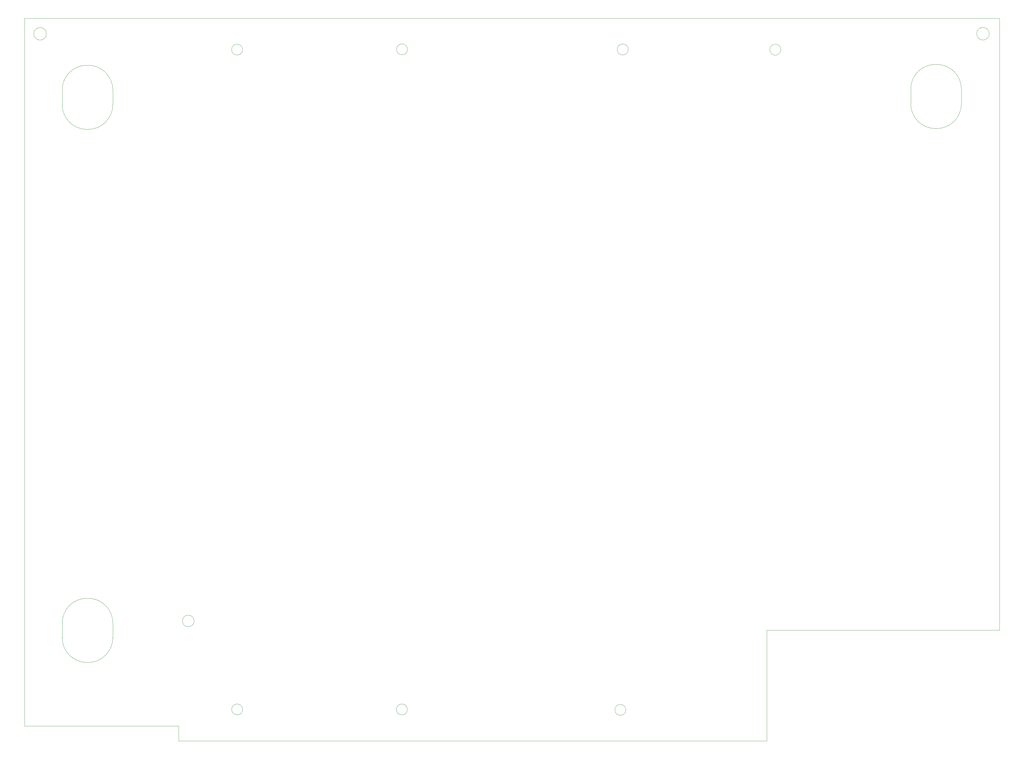
<source format=gm1>
G04 #@! TF.GenerationSoftware,KiCad,Pcbnew,8.0.5*
G04 #@! TF.CreationDate,2025-05-06T19:50:55+10:00*
G04 #@! TF.ProjectId,NeoGeoAES3_5,4e656f47-656f-4414-9553-335f352e6b69,BF1.4*
G04 #@! TF.SameCoordinates,Original*
G04 #@! TF.FileFunction,Profile,NP*
%FSLAX46Y46*%
G04 Gerber Fmt 4.6, Leading zero omitted, Abs format (unit mm)*
G04 Created by KiCad (PCBNEW 8.0.5) date 2025-05-06 19:50:55*
%MOMM*%
%LPD*%
G01*
G04 APERTURE LIST*
G04 #@! TA.AperFunction,Profile*
%ADD10C,0.100000*%
G04 #@! TD*
G04 APERTURE END LIST*
D10*
X158041786Y-43916600D02*
G75*
G02*
X154581414Y-43916600I-1730186J0D01*
G01*
X154581414Y-43916600D02*
G75*
G02*
X158041786Y-43916600I1730186J0D01*
G01*
X343040000Y-38950000D02*
G75*
G02*
X339040000Y-38950000I-2000000J0D01*
G01*
X339040000Y-38950000D02*
G75*
G02*
X343040000Y-38950000I2000000J0D01*
G01*
X105562401Y-43992800D02*
G75*
G02*
X102102029Y-43992800I-1730186J0D01*
G01*
X102102029Y-43992800D02*
G75*
G02*
X105562401Y-43992800I1730186J0D01*
G01*
X64334600Y-61521200D02*
X64334600Y-56821200D01*
X272260000Y-263810000D02*
X85260000Y-263810000D01*
X272260000Y-228590000D02*
X272260000Y-263810000D01*
X56084600Y-69371200D02*
G75*
G02*
X48234600Y-61521200I0J7850000D01*
G01*
X334170000Y-61250000D02*
G75*
G02*
X326320000Y-69100000I-7850000J0D01*
G01*
X43200000Y-38975000D02*
G75*
G02*
X39200000Y-38975000I-2000000J0D01*
G01*
X39200000Y-38975000D02*
G75*
G02*
X43200000Y-38975000I2000000J0D01*
G01*
X56484600Y-218501600D02*
X56084600Y-218501600D01*
X56484600Y-48971200D02*
G75*
G02*
X64334600Y-56821200I0J-7850000D01*
G01*
X227460186Y-253990000D02*
G75*
G02*
X223999814Y-253990000I-1730186J0D01*
G01*
X223999814Y-253990000D02*
G75*
G02*
X227460186Y-253990000I1730186J0D01*
G01*
X48234600Y-226351600D02*
G75*
G02*
X56084600Y-218501600I7850000J0D01*
G01*
X90180000Y-225710000D02*
G75*
G02*
X86480000Y-225710000I-1850000J0D01*
G01*
X86480000Y-225710000D02*
G75*
G02*
X90180000Y-225710000I1850000J0D01*
G01*
X56084600Y-238901600D02*
X56484600Y-238901600D01*
X64334600Y-231051600D02*
X64334600Y-226351600D01*
X334170000Y-61250000D02*
X334170000Y-56550000D01*
X325920000Y-69100000D02*
X326320000Y-69100000D01*
X56484600Y-48971200D02*
X56084600Y-48971200D01*
X36260000Y-34040000D02*
X346260000Y-34040000D01*
X85260000Y-259070000D02*
X36260000Y-259070000D01*
X64334600Y-231051600D02*
G75*
G02*
X56484600Y-238901600I-7850000J0D01*
G01*
X48234600Y-226351600D02*
X48234600Y-231051600D01*
X36260000Y-259070000D02*
X36260000Y-34040000D01*
X326320000Y-48700000D02*
G75*
G02*
X334170000Y-56550000I0J-7850000D01*
G01*
X64334600Y-61521200D02*
G75*
G02*
X56484600Y-69371200I-7850000J0D01*
G01*
X346260000Y-34040000D02*
X346260000Y-228590000D01*
X157988747Y-253847600D02*
G75*
G02*
X154532853Y-253847600I-1727947J0D01*
G01*
X154532853Y-253847600D02*
G75*
G02*
X157988747Y-253847600I1727947J0D01*
G01*
X105587801Y-253833075D02*
G75*
G02*
X102127429Y-253833075I-1730186J0D01*
G01*
X102127429Y-253833075D02*
G75*
G02*
X105587801Y-253833075I1730186J0D01*
G01*
X48234600Y-56821200D02*
X48234600Y-61521200D01*
X326320000Y-48700000D02*
X325920000Y-48700000D01*
X56084600Y-69371200D02*
X56484600Y-69371200D01*
X48234600Y-56821200D02*
G75*
G02*
X56084600Y-48971200I7850000J0D01*
G01*
X325920000Y-69100000D02*
G75*
G02*
X318070000Y-61250000I0J7850000D01*
G01*
X85260000Y-263810000D02*
X85260000Y-259070000D01*
X318070000Y-56550000D02*
X318070000Y-61250000D01*
X56084600Y-238901600D02*
G75*
G02*
X48234600Y-231051600I0J7850000D01*
G01*
X56484600Y-218501600D02*
G75*
G02*
X64334600Y-226351600I0J-7850000D01*
G01*
X228244400Y-43967400D02*
G75*
G02*
X224739200Y-43967400I-1752600J0D01*
G01*
X224739200Y-43967400D02*
G75*
G02*
X228244400Y-43967400I1752600J0D01*
G01*
X276758400Y-44018200D02*
G75*
G02*
X273253200Y-44018200I-1752600J0D01*
G01*
X273253200Y-44018200D02*
G75*
G02*
X276758400Y-44018200I1752600J0D01*
G01*
X318070000Y-56550000D02*
G75*
G02*
X325920000Y-48700000I7850000J0D01*
G01*
X346260000Y-228590000D02*
X272260000Y-228590000D01*
M02*

</source>
